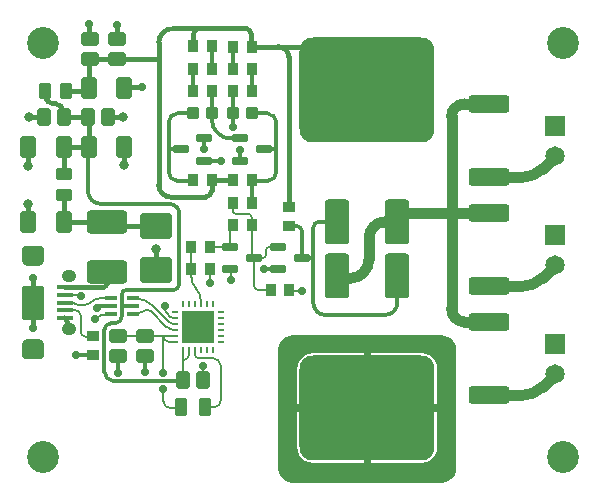
<source format=gtl>
G04*
G04 #@! TF.GenerationSoftware,Altium Limited,Altium Designer,22.7.1 (60)*
G04*
G04 Layer_Physical_Order=1*
G04 Layer_Color=16776960*
%FSLAX43Y43*%
%MOMM*%
G71*
G04*
G04 #@! TF.SameCoordinates,7409474F-4F03-4729-A62F-D4D918F31FF1*
G04*
G04*
G04 #@! TF.FilePolarity,Positive*
G04*
G01*
G75*
%ADD12C,0.200*%
%ADD43C,0.800*%
%ADD44C,0.400*%
%ADD45C,0.300*%
%ADD46C,0.200*%
%ADD47C,0.900*%
%ADD48O,0.600X0.200*%
G04:AMPARAMS|DCode=49|XSize=0.4mm|YSize=1.05mm|CornerRadius=0.1mm|HoleSize=0mm|Usage=FLASHONLY|Rotation=90.000|XOffset=0mm|YOffset=0mm|HoleType=Round|Shape=RoundedRectangle|*
%AMROUNDEDRECTD49*
21,1,0.400,0.850,0,0,90.0*
21,1,0.200,1.050,0,0,90.0*
1,1,0.200,0.425,0.100*
1,1,0.200,0.425,-0.100*
1,1,0.200,-0.425,-0.100*
1,1,0.200,-0.425,0.100*
%
%ADD49ROUNDEDRECTD49*%
G04:AMPARAMS|DCode=50|XSize=1.9mm|YSize=1.7mm|CornerRadius=0.51mm|HoleSize=0mm|Usage=FLASHONLY|Rotation=0.000|XOffset=0mm|YOffset=0mm|HoleType=Round|Shape=RoundedRectangle|*
%AMROUNDEDRECTD50*
21,1,1.900,0.680,0,0,0.0*
21,1,0.880,1.700,0,0,0.0*
1,1,1.020,0.440,-0.340*
1,1,1.020,-0.440,-0.340*
1,1,1.020,-0.440,0.340*
1,1,1.020,0.440,0.340*
%
%ADD50ROUNDEDRECTD50*%
G04:AMPARAMS|DCode=51|XSize=1.9mm|YSize=2.9mm|CornerRadius=0.238mm|HoleSize=0mm|Usage=FLASHONLY|Rotation=0.000|XOffset=0mm|YOffset=0mm|HoleType=Round|Shape=RoundedRectangle|*
%AMROUNDEDRECTD51*
21,1,1.900,2.425,0,0,0.0*
21,1,1.425,2.900,0,0,0.0*
1,1,0.475,0.713,-1.212*
1,1,0.475,-0.713,-1.212*
1,1,0.475,-0.713,1.212*
1,1,0.475,0.713,1.212*
%
%ADD51ROUNDEDRECTD51*%
G04:AMPARAMS|DCode=52|XSize=1.35mm|YSize=0.4mm|CornerRadius=0.05mm|HoleSize=0mm|Usage=FLASHONLY|Rotation=0.000|XOffset=0mm|YOffset=0mm|HoleType=Round|Shape=RoundedRectangle|*
%AMROUNDEDRECTD52*
21,1,1.350,0.300,0,0,0.0*
21,1,1.250,0.400,0,0,0.0*
1,1,0.100,0.625,-0.150*
1,1,0.100,-0.625,-0.150*
1,1,0.100,-0.625,0.150*
1,1,0.100,0.625,0.150*
%
%ADD52ROUNDEDRECTD52*%
G04:AMPARAMS|DCode=53|XSize=0.92mm|YSize=1.08mm|CornerRadius=0.115mm|HoleSize=0mm|Usage=FLASHONLY|Rotation=180.000|XOffset=0mm|YOffset=0mm|HoleType=Round|Shape=RoundedRectangle|*
%AMROUNDEDRECTD53*
21,1,0.920,0.850,0,0,180.0*
21,1,0.690,1.080,0,0,180.0*
1,1,0.230,-0.345,0.425*
1,1,0.230,0.345,0.425*
1,1,0.230,0.345,-0.425*
1,1,0.230,-0.345,-0.425*
%
%ADD53ROUNDEDRECTD53*%
G04:AMPARAMS|DCode=54|XSize=0.61mm|YSize=1.35mm|CornerRadius=0.076mm|HoleSize=0mm|Usage=FLASHONLY|Rotation=90.000|XOffset=0mm|YOffset=0mm|HoleType=Round|Shape=RoundedRectangle|*
%AMROUNDEDRECTD54*
21,1,0.610,1.198,0,0,90.0*
21,1,0.458,1.350,0,0,90.0*
1,1,0.153,0.599,0.229*
1,1,0.153,0.599,-0.229*
1,1,0.153,-0.599,-0.229*
1,1,0.153,-0.599,0.229*
%
%ADD54ROUNDEDRECTD54*%
G04:AMPARAMS|DCode=55|XSize=0.94mm|YSize=1.03mm|CornerRadius=0.118mm|HoleSize=0mm|Usage=FLASHONLY|Rotation=0.000|XOffset=0mm|YOffset=0mm|HoleType=Round|Shape=RoundedRectangle|*
%AMROUNDEDRECTD55*
21,1,0.940,0.795,0,0,0.0*
21,1,0.705,1.030,0,0,0.0*
1,1,0.235,0.353,-0.398*
1,1,0.235,-0.353,-0.398*
1,1,0.235,-0.353,0.398*
1,1,0.235,0.353,0.398*
%
%ADD55ROUNDEDRECTD55*%
G04:AMPARAMS|DCode=56|XSize=0.92mm|YSize=1.08mm|CornerRadius=0.115mm|HoleSize=0mm|Usage=FLASHONLY|Rotation=270.000|XOffset=0mm|YOffset=0mm|HoleType=Round|Shape=RoundedRectangle|*
%AMROUNDEDRECTD56*
21,1,0.920,0.850,0,0,270.0*
21,1,0.690,1.080,0,0,270.0*
1,1,0.230,-0.425,-0.345*
1,1,0.230,-0.425,0.345*
1,1,0.230,0.425,0.345*
1,1,0.230,0.425,-0.345*
%
%ADD56ROUNDEDRECTD56*%
G04:AMPARAMS|DCode=57|XSize=1.28mm|YSize=1.87mm|CornerRadius=0.16mm|HoleSize=0mm|Usage=FLASHONLY|Rotation=180.000|XOffset=0mm|YOffset=0mm|HoleType=Round|Shape=RoundedRectangle|*
%AMROUNDEDRECTD57*
21,1,1.280,1.550,0,0,180.0*
21,1,0.960,1.870,0,0,180.0*
1,1,0.320,-0.480,0.775*
1,1,0.320,0.480,0.775*
1,1,0.320,0.480,-0.775*
1,1,0.320,-0.480,-0.775*
%
%ADD57ROUNDEDRECTD57*%
G04:AMPARAMS|DCode=58|XSize=1.95mm|YSize=3.4mm|CornerRadius=0.244mm|HoleSize=0mm|Usage=FLASHONLY|Rotation=90.000|XOffset=0mm|YOffset=0mm|HoleType=Round|Shape=RoundedRectangle|*
%AMROUNDEDRECTD58*
21,1,1.950,2.913,0,0,90.0*
21,1,1.463,3.400,0,0,90.0*
1,1,0.488,1.456,0.731*
1,1,0.488,1.456,-0.731*
1,1,0.488,-1.456,-0.731*
1,1,0.488,-1.456,0.731*
%
%ADD58ROUNDEDRECTD58*%
G04:AMPARAMS|DCode=59|XSize=1.21mm|YSize=1.46mm|CornerRadius=0.151mm|HoleSize=0mm|Usage=FLASHONLY|Rotation=0.000|XOffset=0mm|YOffset=0mm|HoleType=Round|Shape=RoundedRectangle|*
%AMROUNDEDRECTD59*
21,1,1.210,1.158,0,0,0.0*
21,1,0.907,1.460,0,0,0.0*
1,1,0.303,0.454,-0.579*
1,1,0.303,-0.454,-0.579*
1,1,0.303,-0.454,0.579*
1,1,0.303,0.454,0.579*
%
%ADD59ROUNDEDRECTD59*%
%ADD60R,2.680X2.680*%
%ADD61O,0.200X0.600*%
G04:AMPARAMS|DCode=62|XSize=2.743mm|YSize=2.159mm|CornerRadius=0.27mm|HoleSize=0mm|Usage=FLASHONLY|Rotation=0.000|XOffset=0mm|YOffset=0mm|HoleType=Round|Shape=RoundedRectangle|*
%AMROUNDEDRECTD62*
21,1,2.743,1.619,0,0,0.0*
21,1,2.203,2.159,0,0,0.0*
1,1,0.540,1.102,-0.810*
1,1,0.540,-1.102,-0.810*
1,1,0.540,-1.102,0.810*
1,1,0.540,1.102,0.810*
%
%ADD62ROUNDEDRECTD62*%
G04:AMPARAMS|DCode=63|XSize=1mm|YSize=1.4mm|CornerRadius=0.125mm|HoleSize=0mm|Usage=FLASHONLY|Rotation=90.000|XOffset=0mm|YOffset=0mm|HoleType=Round|Shape=RoundedRectangle|*
%AMROUNDEDRECTD63*
21,1,1.000,1.150,0,0,90.0*
21,1,0.750,1.400,0,0,90.0*
1,1,0.250,0.575,0.375*
1,1,0.250,0.575,-0.375*
1,1,0.250,-0.575,-0.375*
1,1,0.250,-0.575,0.375*
%
%ADD63ROUNDEDRECTD63*%
G04:AMPARAMS|DCode=64|XSize=1.21mm|YSize=1.46mm|CornerRadius=0.151mm|HoleSize=0mm|Usage=FLASHONLY|Rotation=270.000|XOffset=0mm|YOffset=0mm|HoleType=Round|Shape=RoundedRectangle|*
%AMROUNDEDRECTD64*
21,1,1.210,1.158,0,0,270.0*
21,1,0.907,1.460,0,0,270.0*
1,1,0.303,-0.579,-0.454*
1,1,0.303,-0.579,0.454*
1,1,0.303,0.579,0.454*
1,1,0.303,0.579,-0.454*
%
%ADD64ROUNDEDRECTD64*%
G04:AMPARAMS|DCode=65|XSize=1mm|YSize=1.4mm|CornerRadius=0.125mm|HoleSize=0mm|Usage=FLASHONLY|Rotation=0.000|XOffset=0mm|YOffset=0mm|HoleType=Round|Shape=RoundedRectangle|*
%AMROUNDEDRECTD65*
21,1,1.000,1.150,0,0,0.0*
21,1,0.750,1.400,0,0,0.0*
1,1,0.250,0.375,-0.575*
1,1,0.250,-0.375,-0.575*
1,1,0.250,-0.375,0.575*
1,1,0.250,0.375,0.575*
%
%ADD65ROUNDEDRECTD65*%
G04:AMPARAMS|DCode=66|XSize=1.53mm|YSize=1.02mm|CornerRadius=0.127mm|HoleSize=0mm|Usage=FLASHONLY|Rotation=270.000|XOffset=0mm|YOffset=0mm|HoleType=Round|Shape=RoundedRectangle|*
%AMROUNDEDRECTD66*
21,1,1.530,0.765,0,0,270.0*
21,1,1.275,1.020,0,0,270.0*
1,1,0.255,-0.383,-0.638*
1,1,0.255,-0.383,0.638*
1,1,0.255,0.383,0.638*
1,1,0.255,0.383,-0.638*
%
%ADD66ROUNDEDRECTD66*%
G04:AMPARAMS|DCode=67|XSize=2.08mm|YSize=3.81mm|CornerRadius=0.26mm|HoleSize=0mm|Usage=FLASHONLY|Rotation=0.000|XOffset=0mm|YOffset=0mm|HoleType=Round|Shape=RoundedRectangle|*
%AMROUNDEDRECTD67*
21,1,2.080,3.290,0,0,0.0*
21,1,1.560,3.810,0,0,0.0*
1,1,0.520,0.780,-1.645*
1,1,0.520,-0.780,-1.645*
1,1,0.520,-0.780,1.645*
1,1,0.520,0.780,1.645*
%
%ADD67ROUNDEDRECTD67*%
G04:AMPARAMS|DCode=68|XSize=11.43mm|YSize=8.89mm|CornerRadius=1.111mm|HoleSize=0mm|Usage=FLASHONLY|Rotation=0.000|XOffset=0mm|YOffset=0mm|HoleType=Round|Shape=RoundedRectangle|*
%AMROUNDEDRECTD68*
21,1,11.430,6.668,0,0,0.0*
21,1,9.208,8.890,0,0,0.0*
1,1,2.223,4.604,-3.334*
1,1,2.223,-4.604,-3.334*
1,1,2.223,-4.604,3.334*
1,1,2.223,4.604,3.334*
%
%ADD68ROUNDEDRECTD68*%
G04:AMPARAMS|DCode=69|XSize=1.45mm|YSize=3.43mm|CornerRadius=0.181mm|HoleSize=0mm|Usage=FLASHONLY|Rotation=270.000|XOffset=0mm|YOffset=0mm|HoleType=Round|Shape=RoundedRectangle|*
%AMROUNDEDRECTD69*
21,1,1.450,3.068,0,0,270.0*
21,1,1.087,3.430,0,0,270.0*
1,1,0.363,-1.534,-0.544*
1,1,0.363,-1.534,0.544*
1,1,0.363,1.534,0.544*
1,1,0.363,1.534,-0.544*
%
%ADD69ROUNDEDRECTD69*%
G04:AMPARAMS|DCode=70|XSize=1.9mm|YSize=1.2mm|CornerRadius=0.36mm|HoleSize=0mm|Usage=FLASHONLY|Rotation=0.000|XOffset=0mm|YOffset=0mm|HoleType=Round|Shape=RoundedRectangle|*
%AMROUNDEDRECTD70*
21,1,1.900,0.480,0,0,0.0*
21,1,1.180,1.200,0,0,0.0*
1,1,0.720,0.590,-0.240*
1,1,0.720,-0.590,-0.240*
1,1,0.720,-0.590,0.240*
1,1,0.720,0.590,0.240*
%
%ADD70ROUNDEDRECTD70*%
%ADD71O,1.250X1.050*%
%ADD72C,1.651*%
%ADD73R,1.651X1.651*%
%ADD74C,2.700*%
%ADD75C,0.700*%
%ADD76C,1.000*%
G36*
X36700Y22300D02*
Y22300D01*
X36828Y22300D01*
X37079Y22250D01*
X37316Y22152D01*
X37529Y22010D01*
X37710Y21829D01*
X37852Y21616D01*
X37950Y21379D01*
X38000Y21128D01*
Y21000D01*
X38000Y11100D01*
X38000Y11100D01*
Y10972D01*
X37950Y10722D01*
X37853Y10487D01*
X37711Y10275D01*
X37531Y10094D01*
X37319Y9953D01*
X37083Y9855D01*
X36833Y9805D01*
X36705D01*
X24195Y9805D01*
X24195Y9805D01*
X24067Y9805D01*
X23817Y9855D01*
X23581Y9953D01*
X23369Y10094D01*
X23189Y10275D01*
X23047Y10487D01*
X22950Y10722D01*
X22900Y10973D01*
Y11100D01*
X22900Y20880D01*
X22900Y21000D01*
X22900Y21000D01*
X22900Y21000D01*
X22900Y21128D01*
X22950Y21379D01*
X23048Y21616D01*
X23190Y21829D01*
X23371Y22010D01*
X23584Y22152D01*
X23821Y22250D01*
X24072Y22300D01*
X24200Y22300D01*
X36700Y22300D01*
X36700Y22300D01*
D02*
G37*
%LPC*%
G36*
X35064Y20776D02*
X30760D01*
Y16420D01*
X36386D01*
Y19454D01*
X36341Y19796D01*
X36209Y20115D01*
X35999Y20389D01*
X35725Y20599D01*
X35406Y20731D01*
X35064Y20776D01*
D02*
G37*
G36*
X30160D02*
X25856D01*
X25514Y20731D01*
X25195Y20599D01*
X24921Y20389D01*
X24711Y20115D01*
X24579Y19796D01*
X24534Y19454D01*
Y16420D01*
X30160D01*
Y20776D01*
D02*
G37*
G36*
X36386Y15820D02*
X30760D01*
Y11464D01*
X35064D01*
X35406Y11509D01*
X35725Y11641D01*
X35999Y11851D01*
X36209Y12125D01*
X36341Y12444D01*
X36386Y12786D01*
Y15820D01*
D02*
G37*
G36*
X30160D02*
X24534D01*
Y12786D01*
X24579Y12444D01*
X24711Y12125D01*
X24921Y11851D01*
X25195Y11641D01*
X25514Y11509D01*
X25856Y11464D01*
X30160D01*
Y15820D01*
D02*
G37*
%LPD*%
D12*
X13789Y23817D02*
G03*
X14145Y23720I356J603D01*
G01*
X13375Y24375D02*
G03*
X13476Y24130I346J0D01*
G01*
X22175Y29750D02*
G03*
X21900Y29475I0J-275D01*
G01*
X21575Y28800D02*
G03*
X21900Y29125I0J325D01*
G01*
X20875Y26475D02*
G03*
X21250Y26100I375J0D01*
G01*
X20675Y32275D02*
G03*
X20400Y32550I-275J0D01*
G01*
X19075Y32800D02*
G03*
X19325Y32550I250J0D01*
G01*
X20675Y29000D02*
G03*
X20875Y28800I200J0D01*
G01*
X20700Y31600D02*
G03*
X20675Y31575I0J-25D01*
G01*
X8547Y24100D02*
G03*
X7400Y23625I0J-1622D01*
G01*
X6201Y25600D02*
G03*
X5960Y25700I-241J-241D01*
G01*
X7779Y25400D02*
G03*
X7175Y25150I0J-854D01*
G01*
X6451Y24850D02*
G03*
X7175Y25150I0J1024D01*
G01*
X5744Y24956D02*
G03*
X6000Y24850I256J256D01*
G01*
X5725Y24975D02*
G03*
X5544Y25050I-181J-181D01*
G01*
X7252Y22150D02*
G03*
X7275Y22173I0J23D01*
G01*
X6200Y22575D02*
G03*
X6625Y22150I425J0D01*
G01*
X6200Y23950D02*
G03*
X5750Y24400I-450J0D01*
G01*
X12163Y24312D02*
G03*
X11831Y24450I-332J-332D01*
G01*
X13462Y23013D02*
G03*
X14170Y22720I708J708D01*
G01*
X11827Y24450D02*
G03*
X11525Y24325I0J-427D01*
G01*
X10982Y24100D02*
G03*
X11525Y24325I0J768D01*
G01*
X13633Y23408D02*
G03*
X14087Y23220I454J454D01*
G01*
X12208Y24833D02*
G03*
X10839Y25400I-1369J-1369D01*
G01*
X14870Y20170D02*
G03*
X15370Y20670I0J500D01*
G01*
X14850Y18470D02*
G03*
X14870Y18518I-48J48D01*
G01*
X14780Y18400D02*
G03*
X14850Y18470I0J70D01*
G01*
X6855Y38201D02*
G03*
X6800Y38146I0J-55D01*
G01*
X16370Y25225D02*
G03*
X15950Y26225I-1434J-14D01*
G01*
X15575Y27191D02*
G03*
X15975Y26225I1366J0D01*
G01*
X17450Y16170D02*
G03*
X18075Y16795I0J625D01*
G01*
Y19620D02*
G03*
X17325Y20370I-750J0D01*
G01*
X15870Y20600D02*
G03*
X16100Y20370I230J0D01*
G01*
X13200Y22220D02*
G03*
X13700Y21720I500J0D01*
G01*
X14655Y16100D02*
G03*
X14725Y16170I0J70D01*
G01*
X13200Y16700D02*
G03*
X13800Y16100I600J0D01*
G01*
X19075Y31575D02*
G03*
X18850Y31350I0J-225D01*
G01*
X14145Y23720D02*
X14170D01*
X13375Y24375D02*
Y24750D01*
X13476Y24130D02*
X13789Y23817D01*
X22175Y29750D02*
X22925D01*
X21900Y29125D02*
Y29475D01*
X20875Y28800D02*
X21575D01*
X21250Y26100D02*
X22275D01*
X20875Y26475D02*
Y28800D01*
X20875D02*
X20875D01*
X19325Y32550D02*
X20400D01*
X20675Y31575D02*
Y32275D01*
X19075Y32800D02*
Y33500D01*
X20675Y29000D02*
Y31575D01*
X8547Y24100D02*
X8775D01*
X4851Y25700D02*
X5960D01*
X7779Y25400D02*
X8775D01*
X6000Y24850D02*
X6451D01*
X5725Y24975D02*
X5744Y24956D01*
X4851Y25050D02*
X5544D01*
X5744Y24956D02*
X5744Y24956D01*
X6625Y22150D02*
X7252D01*
X4851Y24400D02*
X5750D01*
X6200Y22575D02*
Y23950D01*
X4851Y25700D02*
X4851Y25700D01*
X12163Y24312D02*
X13462Y23013D01*
X14170Y22720D02*
X14170D01*
X11827Y24450D02*
X11831D01*
X10625Y24100D02*
X10982D01*
X13633Y23408D02*
X13633Y23408D01*
X14087Y23220D02*
X14170D01*
X10625Y25400D02*
X10839D01*
X12208Y24833D02*
X13633Y23408D01*
X13200Y22220D02*
X14170D01*
X8775Y24750D02*
X8775Y24750D01*
X14870Y20170D02*
Y21020D01*
Y18518D02*
Y20170D01*
X15575Y27191D02*
Y27850D01*
X16370Y24920D02*
Y25225D01*
Y24920D02*
X16370D01*
X18075Y16795D02*
Y19620D01*
X16740Y16170D02*
X17450D01*
X15870Y20600D02*
Y21020D01*
X16100Y20370D02*
X17325D01*
X13700Y21720D02*
X14170D01*
X13800Y16100D02*
X14655D01*
X13200Y19100D02*
Y22220D01*
X11650D02*
X13200D01*
X9375Y22220D02*
X11650D01*
X13200Y16700D02*
Y17700D01*
X18850Y29725D02*
Y31350D01*
X23975Y26000D02*
X24925D01*
X23875Y26100D02*
X23975Y26000D01*
X22925Y29750D02*
Y29750D01*
X18950Y26925D02*
Y27775D01*
X18875Y27850D02*
X18950Y27775D01*
X17175Y26687D02*
X17175Y27850D01*
X17175Y29725D02*
X18850D01*
X15575Y27850D02*
X15575D01*
X15575D02*
Y29725D01*
X15370Y20670D02*
Y21020D01*
X16565Y18530D02*
X16565Y19693D01*
X11650Y22220D02*
Y22220D01*
D43*
X1845Y40725D02*
D03*
X9780Y40725D02*
D03*
X1750Y36627D02*
D03*
X1725Y33425D02*
D03*
X9878Y36650D02*
D03*
X12575Y29600D02*
D03*
D44*
X5176Y22965D02*
G03*
X4851Y23750I-1110J0D01*
G01*
X2200Y24992D02*
G03*
X2176Y25050I-82J0D01*
G01*
X30464Y44185D02*
G03*
X27924Y46725I-2540J0D01*
G01*
X23825Y45800D02*
G03*
X22900Y46725I-925J0D01*
G01*
X20625Y47800D02*
G03*
X20175Y48250I-450J0D01*
G01*
X20625Y46775D02*
G03*
X20675Y46725I50J0D01*
G01*
X17325Y35405D02*
G03*
X17300Y35380I0J-25D01*
G01*
X16725Y33975D02*
G03*
X17300Y34550I0J575D01*
G01*
X16275Y48250D02*
G03*
X15700Y47675I0J-575D01*
G01*
X14000Y48250D02*
G03*
X12800Y47050I0J-1200D01*
G01*
X6950Y45635D02*
G03*
X6875Y45454I181J-181D01*
G01*
X12800Y35000D02*
G03*
X13825Y33975I1025J0D01*
G01*
X6090Y42925D02*
G03*
X6875Y43250I0J1110D01*
G01*
X6878Y40682D02*
G03*
X6835Y40725I-43J0D01*
G01*
X4790Y41096D02*
G03*
X4550Y41675I-819J0D01*
G01*
X3200Y42653D02*
G03*
X3450Y42050I853J0D01*
G01*
X4550Y41675D02*
G03*
X4007Y41900I-543J-543D01*
G01*
X3450Y42050D02*
G03*
X3812Y41900I362J362D01*
G01*
X6855Y38201D02*
G03*
X6878Y38224I0J23D01*
G01*
X7885Y31875D02*
G03*
X8205Y31555I320J0D01*
G01*
X4799Y31875D02*
G03*
X4750Y31826I0J-49D01*
G01*
X8100Y26350D02*
G03*
X8425Y26675I0J325D01*
G01*
X5176Y22825D02*
Y22965D01*
X2200Y25050D02*
X2200Y27084D01*
X2200Y24992D02*
Y25050D01*
Y22900D02*
Y24992D01*
X22900Y46725D02*
X26812D01*
X30464Y43073D02*
Y44185D01*
X20675Y46725D02*
X22900D01*
X20625Y46775D02*
Y47800D01*
X16275Y48250D02*
X20175D01*
X23825Y33125D02*
Y45800D01*
X17325Y35405D02*
X19075D01*
X17300Y34550D02*
Y35380D01*
X14000Y48250D02*
X16275D01*
X15700Y46750D02*
Y47675D01*
X12800Y45640D02*
Y47050D01*
X6950Y45635D02*
X9227D01*
X12800Y35000D02*
Y45640D01*
X13825Y33975D02*
X16725D01*
X6875Y43250D02*
Y45454D01*
X4950Y42925D02*
X6090D01*
X4851Y26350D02*
X8100D01*
X4790Y40725D02*
Y41096D01*
Y40725D02*
X6835D01*
X3200Y42653D02*
Y42925D01*
X3812Y41900D02*
X4007D01*
X6878Y38224D02*
Y40682D01*
X4750Y38201D02*
X6855D01*
X4799Y31875D02*
X7885D01*
X4750Y31826D02*
Y34147D01*
X8425Y26675D02*
Y27675D01*
X8410D02*
X8425D01*
X26812Y46725D02*
X30464Y43073D01*
X9232Y45640D02*
X12800D01*
X9227Y45635D02*
X9232Y45640D01*
X4790Y40725D02*
Y40725D01*
X9953Y43274D02*
X11355Y43274D01*
X1845Y40725D02*
X3100Y40725D01*
X8525D02*
X9780Y40725D01*
X19075Y42925D02*
X19075D01*
X19075Y46725D02*
X19075D01*
X4750Y34147D02*
X4753Y34150D01*
X4753Y35900D02*
Y38198D01*
X4750Y38201D02*
X4753Y38198D01*
X1750Y36627D02*
Y38201D01*
X1725Y31851D02*
Y33425D01*
X9878Y36650D02*
X9878Y38224D01*
X4790Y40725D02*
X4790D01*
X6875Y47400D02*
X6950Y47325D01*
X6875Y47400D02*
X6875Y48625D01*
X9232Y48555D02*
X9232Y47330D01*
X7875Y27675D02*
X7885D01*
X8730Y31555D02*
X12575D01*
X23825Y33125D02*
X23825D01*
X12575Y27795D02*
Y29600D01*
Y27795D02*
X12575Y27795D01*
D45*
X7275Y20573D02*
G03*
X7248Y20600I-27J0D01*
G01*
X22750Y40325D02*
G03*
X22000Y41075I-750J0D01*
G01*
X22075Y35375D02*
G03*
X22750Y36050I0J675D01*
G01*
X14025Y26100D02*
G03*
X14550Y26625I0J525D01*
G01*
Y32550D02*
G03*
X13700Y33400I-850J0D01*
G01*
X9700Y24850D02*
G03*
X9941Y24750I241J241D01*
G01*
X10000Y26100D02*
G03*
X9700Y25800I0J-300D01*
G01*
X9100Y23300D02*
G03*
X9700Y23900I0J600D01*
G01*
X8800Y23300D02*
G03*
X8200Y22700I0J-600D01*
G01*
Y19200D02*
G03*
X9000Y18400I800J0D01*
G01*
X6800Y34500D02*
G03*
X7900Y33400I1100J0D01*
G01*
X7275Y20573D02*
G03*
X7250Y20548I0J-25D01*
G01*
X14675Y38005D02*
G03*
X14605Y38075I-70J0D01*
G01*
X14400Y41075D02*
G03*
X13650Y40325I0J-750D01*
G01*
Y36050D02*
G03*
X14325Y35375I675J0D01*
G01*
X26400Y31900D02*
G03*
X25900Y31400I0J-500D01*
G01*
X32000Y24000D02*
G03*
X33000Y25000I0J1000D01*
G01*
X24925Y31100D02*
G03*
X24525Y31500I-400J0D01*
G01*
X23825Y31525D02*
G03*
X23850Y31500I25J0D01*
G01*
X25900Y25000D02*
G03*
X26900Y24000I1000J0D01*
G01*
X17883Y39324D02*
G03*
X18775Y38955I892J892D01*
G01*
X17325Y40377D02*
G03*
X17675Y39533I1195J0D01*
G01*
X22725Y27900D02*
X22925Y27700D01*
X5800Y20600D02*
X7248D01*
X22750Y38075D02*
Y40325D01*
X20725Y35375D02*
X22075D01*
X20675Y41075D02*
X22000D01*
X7600Y24601D02*
X7749Y24750D01*
X8775D01*
X10000Y26100D02*
X14025D01*
X14550Y26625D02*
Y32550D01*
X7900Y33400D02*
X13700D01*
X9941Y24750D02*
X10625D01*
X9700Y24850D02*
Y25800D01*
Y23900D02*
Y24850D01*
X8800Y23300D02*
X9100D01*
X8200Y19200D02*
Y22700D01*
X9000Y18400D02*
X14780D01*
X6800Y34500D02*
Y38146D01*
X14400Y41075D02*
X15725D01*
X14325Y35375D02*
X15700D01*
X13650Y38075D02*
X14605D01*
X13650D02*
Y40325D01*
Y36050D02*
Y38075D01*
X26400Y31900D02*
X27924D01*
X25900Y28800D02*
Y31400D01*
Y25000D02*
Y28800D01*
X26900Y24000D02*
X32000D01*
X23850Y31500D02*
X24525D01*
X24925Y28800D02*
X25900D01*
X24400D02*
X24925D01*
Y31100D01*
X17675Y39533D02*
X17883Y39324D01*
X18775Y38955D02*
X19700D01*
X17325Y40377D02*
Y41075D01*
X20725Y35375D02*
Y35380D01*
Y35375D02*
Y35375D01*
X20700D02*
X20725D01*
X22750Y36050D02*
Y38075D01*
X21795D02*
X22750D01*
X15700Y35375D02*
Y35380D01*
X21725Y27900D02*
X22725D01*
X20675Y33500D02*
X20675D01*
Y35405D01*
X16675Y37055D02*
X16705Y37025D01*
X18075D01*
X19075Y39925D02*
X19075Y39925D01*
X19075Y39925D02*
Y41075D01*
Y42925D01*
X20675Y42925D02*
X20675D01*
X20675D02*
Y44850D01*
X19075D02*
Y46725D01*
X19700Y37055D02*
X19700Y37935D01*
X17300Y41075D02*
Y42950D01*
X16650Y38050D02*
Y38930D01*
X16675Y38955D01*
X16675D02*
X16675D01*
X15700Y42950D02*
Y44825D01*
X17300Y44825D02*
Y46750D01*
X1725Y31851D02*
X1750Y31826D01*
X9350Y20505D02*
X9375Y20530D01*
X9350Y19120D02*
Y20505D01*
X11650Y19135D02*
Y20520D01*
X27924Y31893D02*
Y31900D01*
X33000Y25000D02*
Y27128D01*
X24925Y28800D02*
Y28800D01*
D46*
X20675Y31575D02*
D03*
X5744Y24956D02*
D03*
X13633Y23408D02*
D03*
D47*
X43501Y35638D02*
G03*
X45297Y36382I0J2540D01*
G01*
X43501Y26408D02*
G03*
X45297Y27152I0J2540D01*
G01*
X43501Y17178D02*
G03*
X45297Y17922I0J2540D01*
G01*
X27920Y27128D02*
G03*
X27948Y27100I28J0D01*
G01*
X29000D02*
G03*
X30600Y28700I0J1600D01*
G01*
X31993Y31893D02*
G03*
X30600Y30500I0J-1393D01*
G01*
X33749Y32638D02*
G03*
X33004Y31893I0J-745D01*
G01*
X37600Y24500D02*
G03*
X38692Y23408I1092J0D01*
G01*
X38668Y41868D02*
G03*
X37600Y40800I0J-1068D01*
G01*
X40800Y35638D02*
X43501D01*
X45297Y36382D02*
X46375Y37460D01*
X40800Y26408D02*
X43501D01*
X45297Y27152D02*
X46375Y28230D01*
X40800Y17178D02*
X43501D01*
X45297Y17922D02*
X46375Y19000D01*
X37600Y32638D02*
X40800D01*
X27948Y27100D02*
X29000D01*
X30600Y28700D02*
Y30500D01*
X31993Y31893D02*
X33004D01*
X33749Y32638D02*
X37600D01*
Y24500D02*
Y32638D01*
X38692Y23408D02*
X40800D01*
X37600Y32638D02*
Y40800D01*
X38668Y41868D02*
X40800D01*
D48*
X14170Y22720D02*
D03*
Y23220D02*
D03*
X18070Y24220D02*
D03*
Y23720D02*
D03*
Y23220D02*
D03*
Y22720D02*
D03*
Y22220D02*
D03*
Y21720D02*
D03*
X14170D02*
D03*
Y22220D02*
D03*
Y23720D02*
D03*
Y24220D02*
D03*
D49*
X10625Y24100D02*
D03*
Y25400D02*
D03*
X8775Y24100D02*
D03*
X8775Y24750D02*
D03*
X8775Y25400D02*
D03*
X10625Y24750D02*
D03*
D50*
X2176Y28975D02*
D03*
X2176Y21125D02*
D03*
D51*
X2176Y25050D02*
D03*
D52*
X4851Y26350D02*
D03*
Y25700D02*
D03*
Y25050D02*
D03*
Y24400D02*
D03*
Y23750D02*
D03*
D53*
X22275Y26100D02*
D03*
X23875D02*
D03*
X15575Y27850D02*
D03*
X17175Y27850D02*
D03*
X17175Y29725D02*
D03*
X15575Y29725D02*
D03*
X19075Y33500D02*
D03*
X20675Y33500D02*
D03*
X19075Y42925D02*
D03*
X20675Y42925D02*
D03*
X20675Y44850D02*
D03*
X19075D02*
D03*
X19075Y46725D02*
D03*
X20675Y46725D02*
D03*
X17300Y35380D02*
D03*
X15700Y35380D02*
D03*
X19075Y35405D02*
D03*
X20675Y35405D02*
D03*
X15700Y42950D02*
D03*
X17300Y42950D02*
D03*
X17300Y44825D02*
D03*
X15700Y44825D02*
D03*
X15700Y46750D02*
D03*
X17300Y46750D02*
D03*
X20675Y31575D02*
D03*
X19075D02*
D03*
D54*
X20875Y28800D02*
D03*
X18875Y27850D02*
D03*
Y29750D02*
D03*
X21700Y38005D02*
D03*
X19700Y37055D02*
D03*
X19700Y38955D02*
D03*
X14675Y38005D02*
D03*
X16675Y38955D02*
D03*
X16675Y37055D02*
D03*
X22925Y29750D02*
D03*
Y27850D02*
D03*
X24925Y28800D02*
D03*
D55*
X19075Y41075D02*
D03*
X20675Y41075D02*
D03*
X15725Y41075D02*
D03*
X17325Y41075D02*
D03*
D56*
X7275Y22173D02*
D03*
X7275Y20573D02*
D03*
X23825Y33125D02*
D03*
X23825Y31525D02*
D03*
D57*
X9878Y38224D02*
D03*
X6878Y38224D02*
D03*
X1750Y38201D02*
D03*
X4750Y38201D02*
D03*
X4750Y31826D02*
D03*
X1750Y31826D02*
D03*
X9875Y43250D02*
D03*
X6875Y43250D02*
D03*
D58*
X8410Y27675D02*
D03*
Y31875D02*
D03*
D59*
X3100Y40725D02*
D03*
X4790Y40725D02*
D03*
X16540Y18470D02*
D03*
X14850Y18470D02*
D03*
X8525Y40725D02*
D03*
X6835Y40725D02*
D03*
D60*
X16120Y22970D02*
D03*
D61*
X14870Y24920D02*
D03*
X15370D02*
D03*
X15870D02*
D03*
X16370D02*
D03*
X16870D02*
D03*
X17370D02*
D03*
Y21020D02*
D03*
X16870D02*
D03*
X16370D02*
D03*
X15870D02*
D03*
X15370D02*
D03*
X14870D02*
D03*
D62*
X12575Y31555D02*
D03*
X12575Y27795D02*
D03*
D63*
X4753Y35900D02*
D03*
X4753Y34150D02*
D03*
D64*
X9232Y47330D02*
D03*
X9232Y45640D02*
D03*
X6950Y47325D02*
D03*
X6950Y45635D02*
D03*
X11650Y22210D02*
D03*
Y20520D02*
D03*
X9375Y22220D02*
D03*
Y20530D02*
D03*
D65*
X4950Y42925D02*
D03*
X3200Y42925D02*
D03*
D66*
X14725Y16170D02*
D03*
X16740Y16170D02*
D03*
D67*
X27924Y31893D02*
D03*
X33004Y31893D02*
D03*
X33000Y27300D02*
D03*
X27920Y27300D02*
D03*
D68*
X30464Y43073D02*
D03*
X30460Y16120D02*
D03*
D69*
X40800Y23408D02*
D03*
X40800Y17178D02*
D03*
X40800Y32638D02*
D03*
X40800Y26408D02*
D03*
X40800Y41868D02*
D03*
X40800Y35638D02*
D03*
D70*
X2176Y29225D02*
D03*
X2176Y20875D02*
D03*
D71*
X5176Y22825D02*
D03*
Y27275D02*
D03*
D72*
X46375Y19000D02*
D03*
Y28230D02*
D03*
X46375Y37460D02*
D03*
D73*
X46375Y21540D02*
D03*
Y30770D02*
D03*
X46375Y40000D02*
D03*
D74*
X47000Y47000D02*
D03*
Y12000D02*
D03*
X3000D02*
D03*
Y47000D02*
D03*
D75*
X13375Y24750D02*
D03*
X7400Y23625D02*
D03*
X6201Y25600D02*
D03*
X7600Y24601D02*
D03*
X2200Y27084D02*
D03*
X2200Y22900D02*
D03*
X5800Y20600D02*
D03*
X24925Y26000D02*
D03*
X11355Y43274D02*
D03*
X21725Y27900D02*
D03*
X18950Y26925D02*
D03*
X17175Y26687D02*
D03*
X18075Y37025D02*
D03*
X19075Y39925D02*
D03*
X19700Y37935D02*
D03*
X16650Y38050D02*
D03*
X16565Y19693D02*
D03*
X9350Y19120D02*
D03*
X11650Y19135D02*
D03*
X6875Y48625D02*
D03*
X9232Y48555D02*
D03*
X15500Y23600D02*
D03*
X16800D02*
D03*
Y22400D02*
D03*
X15500D02*
D03*
X13200Y19100D02*
D03*
Y17700D02*
D03*
D76*
X23700Y13300D02*
D03*
Y15100D02*
D03*
Y16900D02*
D03*
Y18900D02*
D03*
X37200Y13300D02*
D03*
Y15100D02*
D03*
Y16900D02*
D03*
Y18900D02*
D03*
X34900Y21600D02*
D03*
X32725D02*
D03*
X30550D02*
D03*
X28375D02*
D03*
X26200D02*
D03*
X34900Y10600D02*
D03*
X32725D02*
D03*
X30550D02*
D03*
X28375D02*
D03*
X26200D02*
D03*
X24000Y21100D02*
D03*
X36800D02*
D03*
X24200Y11200D02*
D03*
X36800Y11300D02*
D03*
M02*

</source>
